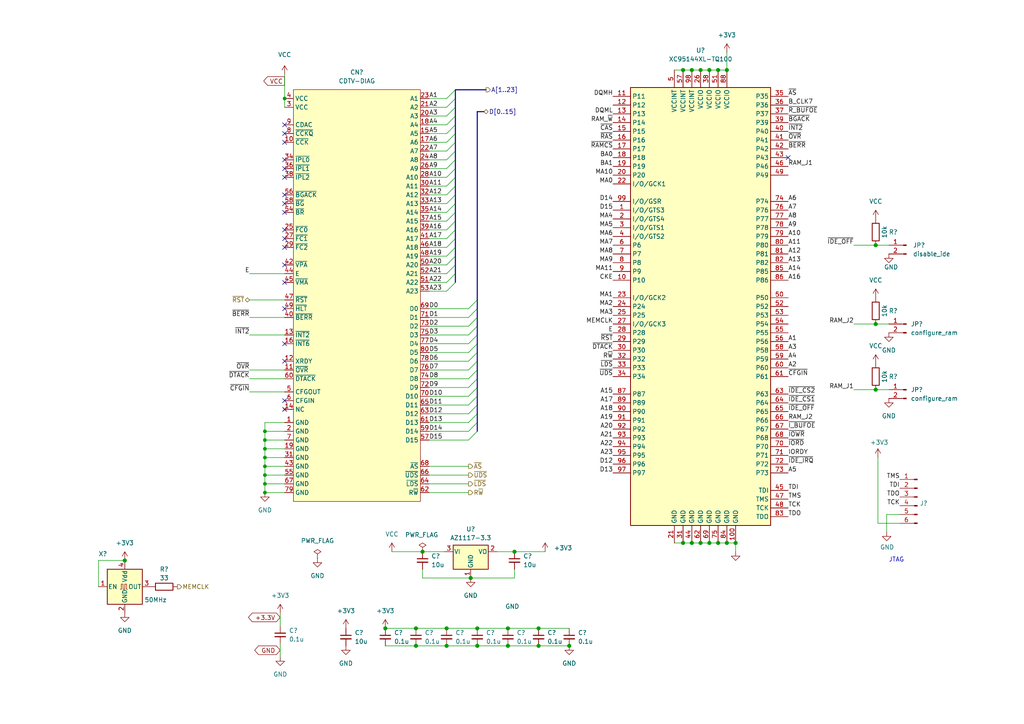
<source format=kicad_sch>
(kicad_sch (version 20211123) (generator eeschema)
  (paper "A4")
  (lib_symbols
    (symbol "CDTV-DIAG:CDTV-DIAG"
      (property "Reference" "CN" (at -17.78 62.23 0))
      (property "Value" "CDTV-DIAG" (at -1.27 0 90))
      (symbol "CDTV-DIAG_0_1"
        (rectangle (start -19.05 59.69) (end 17.78 -59.69) (stroke (width 0.1524)) (fill (type background)))
      )
      (symbol "CDTV-DIAG_1_1"
        (pin power_out line (at -21.59 -36.83 0) (length 2.54) (name "GND") (number "1"))
        (pin output line (at -21.59 44.45 0) (length 2.54) (name "~{CCK}") (number "10"))
        (pin input line (at -21.59 -21.59 0) (length 2.54) (name "~{OVR}") (number "11"))
        (pin input line (at -21.59 -19.05 0) (length 2.54) (name "XRDY") (number "12"))
        (pin input line (at -21.59 -11.43 0) (length 2.54) (name "~{INT2}") (number "13"))
        (pin no_connect line (at -21.59 -33.02 0) (length 2.54) (name "NC") (number "14"))
        (pin output line (at 20.32 46.99 180) (length 2.54) (name "A5") (number "15"))
        (pin input line (at -21.59 -13.97 0) (length 2.54) (name "~{INT6}") (number "16"))
        (pin output line (at 20.32 44.45 180) (length 2.54) (name "A6") (number "17"))
        (pin output line (at 20.32 49.53 180) (length 2.54) (name "A4") (number "18"))
        (pin power_out line (at -21.59 -44.45 0) (length 2.54) (name "GND") (number "19"))
        (pin power_out line (at -21.59 -39.37 0) (length 2.54) (name "GND") (number "2"))
        (pin output line (at 20.32 52.07 180) (length 2.54) (name "A3") (number "20"))
        (pin output line (at 20.32 54.61 180) (length 2.54) (name "A2") (number "21"))
        (pin output line (at 20.32 41.91 180) (length 2.54) (name "A7") (number "22"))
        (pin output line (at 20.32 57.15 180) (length 2.54) (name "A1") (number "23"))
        (pin output line (at 20.32 39.37 180) (length 2.54) (name "A8") (number "24"))
        (pin output line (at -21.59 19.05 0) (length 2.54) (name "~{FC0}") (number "25"))
        (pin output line (at 20.32 36.83 180) (length 2.54) (name "A9") (number "26"))
        (pin output line (at -21.59 16.51 0) (length 2.54) (name "~{FC1}") (number "27"))
        (pin output line (at 20.32 34.29 180) (length 2.54) (name "A10") (number "28"))
        (pin output line (at -21.59 13.97 0) (length 2.54) (name "~{FC2}") (number "29"))
        (pin power_out line (at -21.59 54.61 0) (length 2.54) (name "VCC") (number "3"))
        (pin output line (at 20.32 31.75 180) (length 2.54) (name "A11") (number "30"))
        (pin power_out line (at -21.59 -46.99 0) (length 2.54) (name "GND") (number "31"))
        (pin output line (at 20.32 29.21 180) (length 2.54) (name "A12") (number "32"))
        (pin output line (at 20.32 26.67 180) (length 2.54) (name "A13") (number "33"))
        (pin input line (at -21.59 39.37 0) (length 2.54) (name "~{IPL0}") (number "34"))
        (pin output line (at 20.32 24.13 180) (length 2.54) (name "A14") (number "35"))
        (pin input line (at -21.59 36.83 0) (length 2.54) (name "~{IPL1}") (number "36"))
        (pin output line (at 20.32 21.59 180) (length 2.54) (name "A15") (number "37"))
        (pin input line (at -21.59 34.29 0) (length 2.54) (name "~{IPL2}") (number "38"))
        (pin output line (at 20.32 19.05 180) (length 2.54) (name "A16") (number "39"))
        (pin power_out line (at -21.59 57.15 0) (length 2.54) (name "VCC") (number "4"))
        (pin bidirectional line (at -21.59 -6.35 0) (length 2.54) (name "~{BERR}") (number "40"))
        (pin output line (at 20.32 16.51 180) (length 2.54) (name "A17") (number "41"))
        (pin input line (at -21.59 8.89 0) (length 2.54) (name "~{VPA}") (number "42"))
        (pin power_out line (at -21.59 -49.53 0) (length 2.54) (name "GND") (number "43"))
        (pin output line (at -21.59 6.35 0) (length 2.54) (name "E") (number "44"))
        (pin input line (at -21.59 3.81 0) (length 2.54) (name "~{VMA}") (number "45"))
        (pin output line (at 20.32 13.97 180) (length 2.54) (name "A18") (number "46"))
        (pin bidirectional line (at -21.59 -1.27 0) (length 2.54) (name "~{RST}") (number "47"))
        (pin output line (at 20.32 11.43 180) (length 2.54) (name "A19") (number "48"))
        (pin bidirectional line (at -21.59 -3.81 0) (length 2.54) (name "~{HLT}") (number "49"))
        (pin output line (at -21.59 -27.94 0) (length 2.54) (name "CFGOUT") (number "5"))
        (pin output line (at 20.32 8.89 180) (length 2.54) (name "A20") (number "50"))
        (pin output line (at 20.32 3.81 180) (length 2.54) (name "A22") (number "51"))
        (pin output line (at 20.32 6.35 180) (length 2.54) (name "A21") (number "52"))
        (pin output line (at 20.32 1.27 180) (length 2.54) (name "A23") (number "53"))
        (pin input line (at -21.59 24.13 0) (length 2.54) (name "~{BR}") (number "54"))
        (pin power_out line (at -21.59 -52.07 0) (length 2.54) (name "GND") (number "55"))
        (pin input line (at -21.59 29.21 0) (length 2.54) (name "~{BGACK}") (number "56"))
        (pin bidirectional line (at 20.32 -41.91 180) (length 2.54) (name "D15") (number "57"))
        (pin output line (at -21.59 26.67 0) (length 2.54) (name "~{BG}") (number "58"))
        (pin bidirectional line (at 20.32 -39.37 180) (length 2.54) (name "D14") (number "59"))
        (pin output line (at -21.59 -30.48 0) (length 2.54) (name "CFGIN") (number "6"))
        (pin input line (at -21.59 -24.13 0) (length 2.54) (name "~{DTACK}") (number "60"))
        (pin bidirectional line (at 20.32 -36.83 180) (length 2.54) (name "D13") (number "61"))
        (pin output line (at 20.32 -57.15 180) (length 2.54) (name "R~{W}") (number "62"))
        (pin bidirectional line (at 20.32 -34.29 180) (length 2.54) (name "D12") (number "63"))
        (pin output line (at 20.32 -54.61 180) (length 2.54) (name "~{LDS}") (number "64"))
        (pin bidirectional line (at 20.32 -31.75 180) (length 2.54) (name "D11") (number "65"))
        (pin output line (at 20.32 -52.07 180) (length 2.54) (name "~{UDS}") (number "66"))
        (pin power_out line (at -21.59 -54.61 0) (length 2.54) (name "GND") (number "67"))
        (pin output line (at 20.32 -49.53 180) (length 2.54) (name "~{AS}") (number "68"))
        (pin bidirectional line (at 20.32 -3.81 180) (length 2.54) (name "D0") (number "69"))
        (pin power_out line (at -21.59 -41.91 0) (length 2.54) (name "GND") (number "7"))
        (pin bidirectional line (at 20.32 -29.21 180) (length 2.54) (name "D10") (number "70"))
        (pin bidirectional line (at 20.32 -6.35 180) (length 2.54) (name "D1") (number "71"))
        (pin bidirectional line (at 20.32 -26.67 180) (length 2.54) (name "D9") (number "72"))
        (pin bidirectional line (at 20.32 -8.89 180) (length 2.54) (name "D2") (number "73"))
        (pin bidirectional line (at 20.32 -24.13 180) (length 2.54) (name "D8") (number "74"))
        (pin bidirectional line (at 20.32 -11.43 180) (length 2.54) (name "D3") (number "75"))
        (pin bidirectional line (at 20.32 -21.59 180) (length 2.54) (name "D7") (number "76"))
        (pin bidirectional line (at 20.32 -13.97 180) (length 2.54) (name "D4") (number "77"))
        (pin bidirectional line (at 20.32 -19.05 180) (length 2.54) (name "D6") (number "78"))
        (pin power_out line (at -21.59 -57.15 0) (length 2.54) (name "GND") (number "79"))
        (pin output line (at -21.59 46.99 0) (length 2.54) (name "~{CCKQ}") (number "8"))
        (pin bidirectional line (at 20.32 -16.51 180) (length 2.54) (name "D5") (number "80"))
        (pin output line (at -21.59 49.53 0) (length 2.54) (name "CDAC") (number "9"))
      )
    )
    (symbol "CPLD_Xilinx:XC95144XL-TQ100"
      (property "Reference" "U" (at -20.32 64.77 0))
      (property "Value" "XC95144XL-TQ100" (at -20.32 -64.77 0))
      (symbol "XC95144XL-TQ100_1_1"
        (rectangle (start -20.32 63.5) (end 20.32 -63.5) (stroke (width 0.254)) (fill (type background)))
        (pin bidirectional line (at -25.4 27.94 0) (length 5.08) (name "I/O/GTS3") (number "1"))
        (pin bidirectional line (at -25.4 7.62 0) (length 5.08) (name "P10") (number "10"))
        (pin power_in line (at 10.16 -68.58 90) (length 5.08) (name "GND") (number "100"))
        (pin bidirectional line (at -25.4 60.96 0) (length 5.08) (name "P11") (number "11"))
        (pin bidirectional line (at -25.4 58.42 0) (length 5.08) (name "P12") (number "12"))
        (pin bidirectional line (at -25.4 55.88 0) (length 5.08) (name "P13") (number "13"))
        (pin bidirectional line (at -25.4 53.34 0) (length 5.08) (name "P14") (number "14"))
        (pin bidirectional line (at -25.4 50.8 0) (length 5.08) (name "P15") (number "15"))
        (pin bidirectional line (at -25.4 48.26 0) (length 5.08) (name "P16") (number "16"))
        (pin bidirectional line (at -25.4 45.72 0) (length 5.08) (name "P17") (number "17"))
        (pin bidirectional line (at -25.4 43.18 0) (length 5.08) (name "P18") (number "18"))
        (pin bidirectional line (at -25.4 40.64 0) (length 5.08) (name "P19") (number "19"))
        (pin bidirectional line (at -25.4 25.4 0) (length 5.08) (name "I/O/GTS4") (number "2"))
        (pin bidirectional line (at -25.4 38.1 0) (length 5.08) (name "P20") (number "20"))
        (pin power_in line (at -7.62 -68.58 90) (length 5.08) (name "GND") (number "21"))
        (pin bidirectional line (at -25.4 35.56 0) (length 5.08) (name "I/O/GCK1") (number "22"))
        (pin bidirectional line (at -25.4 2.54 0) (length 5.08) (name "I/O/GCK2") (number "23"))
        (pin bidirectional line (at -25.4 0 0) (length 5.08) (name "P24") (number "24"))
        (pin bidirectional line (at -25.4 -2.54 0) (length 5.08) (name "P25") (number "25"))
        (pin power_in line (at 0 68.58 270) (length 5.08) (name "VCCIO") (number "26"))
        (pin bidirectional line (at -25.4 -5.08 0) (length 5.08) (name "I/O/GCK3") (number "27"))
        (pin bidirectional line (at -25.4 -7.62 0) (length 5.08) (name "P28") (number "28"))
        (pin bidirectional line (at -25.4 -10.16 0) (length 5.08) (name "P29") (number "29"))
        (pin bidirectional line (at -25.4 22.86 0) (length 5.08) (name "I/O/GTS1") (number "3"))
        (pin bidirectional line (at -25.4 -12.7 0) (length 5.08) (name "P30") (number "30"))
        (pin power_in line (at -5.08 -68.58 90) (length 5.08) (name "GND") (number "31"))
        (pin bidirectional line (at -25.4 -15.24 0) (length 5.08) (name "P32") (number "32"))
        (pin bidirectional line (at -25.4 -17.78 0) (length 5.08) (name "P33") (number "33"))
        (pin bidirectional line (at -25.4 -20.32 0) (length 5.08) (name "P34") (number "34"))
        (pin bidirectional line (at 25.4 60.96 180) (length 5.08) (name "P35") (number "35"))
        (pin bidirectional line (at 25.4 58.42 180) (length 5.08) (name "P36") (number "36"))
        (pin bidirectional line (at 25.4 55.88 180) (length 5.08) (name "P37") (number "37"))
        (pin power_in line (at 2.54 68.58 270) (length 5.08) (name "VCCIO") (number "38"))
        (pin bidirectional line (at 25.4 53.34 180) (length 5.08) (name "P39") (number "39"))
        (pin bidirectional line (at -25.4 20.32 0) (length 5.08) (name "I/O/GTS2") (number "4"))
        (pin bidirectional line (at 25.4 50.8 180) (length 5.08) (name "P40") (number "40"))
        (pin bidirectional line (at 25.4 48.26 180) (length 5.08) (name "P41") (number "41"))
        (pin bidirectional line (at 25.4 45.72 180) (length 5.08) (name "P42") (number "42"))
        (pin bidirectional line (at 25.4 43.18 180) (length 5.08) (name "P43") (number "43"))
        (pin power_in line (at -2.54 -68.58 90) (length 5.08) (name "GND") (number "44"))
        (pin input line (at 25.4 -53.34 180) (length 5.08) (name "TDI") (number "45"))
        (pin bidirectional line (at 25.4 40.64 180) (length 5.08) (name "P46") (number "46"))
        (pin input line (at 25.4 -55.88 180) (length 5.08) (name "TMS") (number "47"))
        (pin input line (at 25.4 -58.42 180) (length 5.08) (name "TCK") (number "48"))
        (pin bidirectional line (at 25.4 38.1 180) (length 5.08) (name "P49") (number "49"))
        (pin power_in line (at -7.62 68.58 270) (length 5.08) (name "VCCINT") (number "5"))
        (pin bidirectional line (at 25.4 2.54 180) (length 5.08) (name "P50") (number "50"))
        (pin power_in line (at 5.08 68.58 270) (length 5.08) (name "VCCIO") (number "51"))
        (pin bidirectional line (at 25.4 0 180) (length 5.08) (name "P52") (number "52"))
        (pin bidirectional line (at 25.4 -2.54 180) (length 5.08) (name "P53") (number "53"))
        (pin bidirectional line (at 25.4 -5.08 180) (length 5.08) (name "P54") (number "54"))
        (pin bidirectional line (at 25.4 -7.62 180) (length 5.08) (name "P55") (number "55"))
        (pin bidirectional line (at 25.4 -10.16 180) (length 5.08) (name "P56") (number "56"))
        (pin power_in line (at -5.08 68.58 270) (length 5.08) (name "VCCINT") (number "57"))
        (pin bidirectional line (at 25.4 -12.7 180) (length 5.08) (name "P58") (number "58"))
        (pin bidirectional line (at 25.4 -15.24 180) (length 5.08) (name "P59") (number "59"))
        (pin bidirectional line (at -25.4 17.78 0) (length 5.08) (name "P6") (number "6"))
        (pin bidirectional line (at 25.4 -17.78 180) (length 5.08) (name "P60") (number "60"))
        (pin bidirectional line (at 25.4 -20.32 180) (length 5.08) (name "P61") (number "61"))
        (pin power_in line (at 0 -68.58 90) (length 5.08) (name "GND") (number "62"))
        (pin bidirectional line (at 25.4 -25.4 180) (length 5.08) (name "P63") (number "63"))
        (pin bidirectional line (at 25.4 -27.94 180) (length 5.08) (name "P64") (number "64"))
        (pin bidirectional line (at 25.4 -30.48 180) (length 5.08) (name "P65") (number "65"))
        (pin bidirectional line (at 25.4 -33.02 180) (length 5.08) (name "P66") (number "66"))
        (pin bidirectional line (at 25.4 -35.56 180) (length 5.08) (name "P67") (number "67"))
        (pin bidirectional line (at 25.4 -38.1 180) (length 5.08) (name "P68") (number "68"))
        (pin power_in line (at 2.54 -68.58 90) (length 5.08) (name "GND") (number "69"))
        (pin bidirectional line (at -25.4 15.24 0) (length 5.08) (name "P7") (number "7"))
        (pin bidirectional line (at 25.4 -40.64 180) (length 5.08) (name "P70") (number "70"))
        (pin bidirectional line (at 25.4 -43.18 180) (length 5.08) (name "P71") (number "71"))
        (pin bidirectional line (at 25.4 -45.72 180) (length 5.08) (name "P72") (number "72"))
        (pin bidirectional line (at 25.4 -48.26 180) (length 5.08) (name "P73") (number "73"))
        (pin bidirectional line (at 25.4 30.48 180) (length 5.08) (name "P74") (number "74"))
        (pin power_in line (at 5.08 -68.58 90) (length 5.08) (name "GND") (number "75"))
        (pin bidirectional line (at 25.4 27.94 180) (length 5.08) (name "P76") (number "76"))
        (pin bidirectional line (at 25.4 25.4 180) (length 5.08) (name "P77") (number "77"))
        (pin bidirectional line (at 25.4 22.86 180) (length 5.08) (name "P78") (number "78"))
        (pin bidirectional line (at 25.4 20.32 180) (length 5.08) (name "P79") (number "79"))
        (pin bidirectional line (at -25.4 12.7 0) (length 5.08) (name "P8") (number "8"))
        (pin bidirectional line (at 25.4 17.78 180) (length 5.08) (name "P80") (number "80"))
        (pin bidirectional line (at 25.4 15.24 180) (length 5.08) (name "P81") (number "81"))
        (pin bidirectional line (at 25.4 12.7 180) (length 5.08) (name "P82") (number "82"))
        (pin output line (at 25.4 -60.96 180) (length 5.08) (name "TDO") (number "83"))
        (pin power_in line (at 7.62 -68.58 90) (length 5.08) (name "GND") (number "84"))
        (pin bidirectional line (at 25.4 10.16 180) (length 5.08) (name "P85") (number "85"))
        (pin bidirectional line (at 25.4 7.62 180) (length 5.08) (name "P86") (number "86"))
        (pin bidirectional line (at -25.4 -25.4 0) (length 5.08) (name "P87") (number "87"))
        (pin power_in line (at 7.62 68.58 270) (length 5.08) (name "VCCIO") (number "88"))
        (pin bidirectional line (at -25.4 -27.94 0) (length 5.08) (name "P89") (number "89"))
        (pin bidirectional line (at -25.4 10.16 0) (length 5.08) (name "P9") (number "9"))
        (pin bidirectional line (at -25.4 -30.48 0) (length 5.08) (name "P90") (number "90"))
        (pin bidirectional line (at -25.4 -33.02 0) (length 5.08) (name "P91") (number "91"))
        (pin bidirectional line (at -25.4 -35.56 0) (length 5.08) (name "P92") (number "92"))
        (pin bidirectional line (at -25.4 -38.1 0) (length 5.08) (name "P93") (number "93"))
        (pin bidirectional line (at -25.4 -40.64 0) (length 5.08) (name "P94") (number "94"))
        (pin bidirectional line (at -25.4 -43.18 0) (length 5.08) (name "P95") (number "95"))
        (pin bidirectional line (at -25.4 -45.72 0) (length 5.08) (name "P96") (number "96"))
        (pin bidirectional line (at -25.4 -48.26 0) (length 5.08) (name "P97") (number "97"))
        (pin power_in line (at -2.54 68.58 270) (length 5.08) (name "VCCINT") (number "98"))
        (pin bidirectional line (at -25.4 30.48 0) (length 5.08) (name "I/O/GSR") (number "99"))
      )
    )
    (symbol "Connector:Conn_01x02_Male" (pin_names (offset 1.016) hide)
      (property "Reference" "J" (at 0 2.54 0))
      (property "Value" "Conn_01x02_Male" (at 0 -5.08 0))
      (symbol "Conn_01x02_Male_1_1"
        (polyline (pts (xy 1.27 -2.54) (xy 0.8636 -2.54)) (stroke (width 0.1524)))
        (polyline (pts (xy 1.27 0) (xy 0.8636 0)) (stroke (width 0.1524)))
        (rectangle (start 0.8636 -2.413) (end 0 -2.667) (stroke (width 0.1524)) (fill (type outline)))
        (rectangle (start 0.8636 0.127) (end 0 -0.127) (stroke (width 0.1524)) (fill (type outline)))
        (pin passive line (at 5.08 0 180) (length 3.81) (name "Pin_1") (number "1"))
        (pin passive line (at 5.08 -2.54 180) (length 3.81) (name "Pin_2") (number "2"))
      )
    )
    (symbol "Connector:Conn_01x06_Male" (pin_names (offset 1.016) hide)
      (property "Reference" "J" (at 0 7.62 0))
      (property "Value" "Conn_01x06_Male" (at 0 -10.16 0))
      (symbol "Conn_01x06_Male_1_1"
        (polyline (pts (xy 1.27 -7.62) (xy 0.8636 -7.62)) (stroke (width 0.1524)))
        (polyline (pts (xy 1.27 -5.08) (xy 0.8636 -5.08)) (stroke (width 0.1524)))
        (polyline (pts (xy 1.27 -2.54) (xy 0.8636 -2.54)) (stroke (width 0.1524)))
        (polyline (pts (xy 1.27 0) (xy 0.8636 0)) (stroke (width 0.1524)))
        (polyline (pts (xy 1.27 2.54) (xy 0.8636 2.54)) (stroke (width 0.1524)))
        (polyline (pts (xy 1.27 5.08) (xy 0.8636 5.08)) (stroke (width 0.1524)))
        (rectangle (start 0.8636 -7.493) (end 0 -7.747) (stroke (width 0.1524)) (fill (type outline)))
        (rectangle (start 0.8636 -4.953) (end 0 -5.207) (stroke (width 0.1524)) (fill (type outline)))
        (rectangle (start 0.8636 -2.413) (end 0 -2.667) (stroke (width 0.1524)) (fill (type outline)))
        (rectangle (start 0.8636 0.127) (end 0 -0.127) (stroke (width 0.1524)) (fill (type outline)))
        (rectangle (start 0.8636 2.667) (end 0 2.413) (stroke (width 0.1524)) (fill (type outline)))
        (rectangle (start 0.8636 5.207) (end 0 4.953) (stroke (width 0.1524)) (fill (type outline)))
        (pin passive line (at 5.08 5.08 180) (length 3.81) (name "Pin_1") (number "1"))
        (pin passive line (at 5.08 2.54 180) (length 3.81) (name "Pin_2") (number "2"))
        (pin passive line (at 5.08 0 180) (length 3.81) (name "Pin_3") (number "3"))
        (pin passive line (at 5.08 -2.54 180) (length 3.81) (name "Pin_4") (number "4"))
        (pin passive line (at 5.08 -5.08 180) (length 3.81) (name "Pin_5") (number "5"))
        (pin passive line (at 5.08 -7.62 180) (length 3.81) (name "Pin_6") (number "6"))
      )
    )
    (symbol "Device:C_Small" (pin_numbers hide) (pin_names (offset 0.254) hide)
      (property "Reference" "C" (at 0.254 1.778 0))
      (property "Value" "C_Small" (at 0.254 -2.032 0))
      (symbol "C_Small_0_1"
        (polyline (pts (xy -1.524 -0.508) (xy 1.524 -0.508)) (stroke (width 0.3302)))
        (polyline (pts (xy -1.524 0.508) (xy 1.524 0.508)) (stroke (width 0.3048)))
      )
      (symbol "C_Small_1_1"
        (pin passive line (at 0 2.54 270) (length 2.032) (name "~") (number "1"))
        (pin passive line (at 0 -2.54 90) (length 2.032) (name "~") (number "2"))
      )
    )
    (symbol "Device:R" (pin_numbers hide) (pin_names (offset 0))
      (property "Reference" "R" (at 2.032 0 90))
      (property "Value" "R" (at 0 0 90))
      (symbol "R_0_1"
        (rectangle (start -1.016 -2.54) (end 1.016 2.54) (stroke (width 0.254)))
      )
      (symbol "R_1_1"
        (pin passive line (at 0 3.81 270) (length 1.27) (name "~") (number "1"))
        (pin passive line (at 0 -3.81 90) (length 1.27) (name "~") (number "2"))
      )
    )
    (symbol "Oscillator:ASE-xxxMHz" (pin_names (offset 0.254))
      (property "Reference" "X" (at -5.08 6.35 0))
      (property "Value" "ASE-xxxMHz" (at 1.27 -6.35 0))
      (symbol "ASE-xxxMHz_0_1"
        (rectangle (start -5.08 5.08) (end 5.08 -5.08) (stroke (width 0.254)) (fill (type background)))
        (polyline (pts (xy -1.27 -0.762) (xy -1.016 -0.762) (xy -1.016 0.762) (xy -0.508 0.762) (xy -0.508 -0.762) (xy 0 -0.762) (xy 0 0.762) (xy 0.508 0.762) (xy 0.508 -0.762) (xy 0.762 -0.762)))
      )
      (symbol "ASE-xxxMHz_1_1"
        (pin input line (at -7.62 0 0) (length 2.54) (name "EN") (number "1"))
        (pin power_in line (at 0 -7.62 90) (length 2.54) (name "GND") (number "2"))
        (pin output line (at 7.62 0 180) (length 2.54) (name "OUT") (number "3"))
        (pin power_in line (at 0 7.62 270) (length 2.54) (name "Vdd") (number "4"))
      )
    )
    (symbol "Regulator_Linear:AZ1117-3.3" (pin_names (offset 0.254))
      (property "Reference" "U" (at -3.81 3.175 0))
      (property "Value" "AZ1117-3.3" (at 0 3.175 0))
      (symbol "AZ1117-3.3_0_1"
        (rectangle (start -5.08 1.905) (end 5.08 -5.08) (stroke (width 0.254)) (fill (type background)))
      )
      (symbol "AZ1117-3.3_1_1"
        (pin power_in line (at 0 -7.62 90) (length 2.54) (name "GND") (number "1"))
        (pin power_out line (at 7.62 0 180) (length 2.54) (name "VO") (number "2"))
        (pin power_in line (at -7.62 0 0) (length 2.54) (name "VI") (number "3"))
      )
    )
    (symbol "power:+3.3V" (power) (pin_names (offset 0))
      (property "Value" "+3.3V" (at 0 3.556 0))
      (symbol "+3.3V_0_1"
        (polyline (pts (xy -0.762 1.27) (xy 0 2.54)))
        (polyline (pts (xy 0 0) (xy 0 2.54)))
        (polyline (pts (xy 0 2.54) (xy 0.762 1.27)))
      )
      (symbol "+3.3V_1_1"
        (pin power_in line (at 0 0 90) (length 0) hide (name "+3V3") (number "1"))
      )
    )
    (symbol "power:GND" (power) (pin_names (offset 0))
      (property "Value" "GND" (at 0 -3.81 0))
      (symbol "GND_0_1"
        (polyline (pts (xy 0 0) (xy 0 -1.27) (xy 1.27 -1.27) (xy 0 -2.54) (xy -1.27 -1.27) (xy 0 -1.27)))
      )
      (symbol "GND_1_1"
        (pin power_in line (at 0 0 270) (length 0) hide (name "GND") (number "1"))
      )
    )
    (symbol "power:PWR_FLAG" (power) (pin_numbers hide) (pin_names (offset 0) hide)
      (property "Value" "PWR_FLAG" (at 0 3.81 0))
      (symbol "PWR_FLAG_0_0"
        (pin power_out line (at 0 0 90) (length 0) (name "pwr") (number "1"))
      )
      (symbol "PWR_FLAG_0_1"
        (polyline (pts (xy 0 0) (xy 0 1.27) (xy -1.016 1.905) (xy 0 2.54) (xy 1.016 1.905) (xy 0 1.27)))
      )
    )
    (symbol "power:VCC" (power) (pin_names (offset 0))
      (property "Value" "VCC" (at 0 3.81 0))
      (symbol "VCC_0_1"
        (polyline (pts (xy -0.762 1.27) (xy 0 2.54)))
        (polyline (pts (xy 0 0) (xy 0 2.54)))
        (polyline (pts (xy 0 2.54) (xy 0.762 1.27)))
      )
      (symbol "VCC_1_1"
        (pin power_in line (at 0 0 90) (length 0) hide (name "VCC") (number "1"))
      )
    )
  )
  (junction (at 76.835 125.095))
  (junction (at 76.835 135.255))
  (junction (at 208.28 157.48) (diameter 1.016))
  (junction (at 76.835 140.335))
  (junction (at 147.32 187.325) (diameter 1.016))
  (junction (at 138.43 182.245) (diameter 1.016))
  (junction (at 120.65 182.245) (diameter 1.016))
  (junction (at 198.12 157.48) (diameter 1.016))
  (junction (at 254 93.98) (diameter 1.016))
  (junction (at 82.55 28.575))
  (junction (at 205.74 157.48) (diameter 1.016))
  (junction (at 205.74 20.32) (diameter 1.016))
  (junction (at 208.28 20.32) (diameter 1.016))
  (junction (at 147.32 182.245) (diameter 1.016))
  (junction (at 76.835 142.875))
  (junction (at 210.82 20.32) (diameter 1.016))
  (junction (at 122.555 160.02) (diameter 1.016))
  (junction (at 149.225 160.02) (diameter 1.016))
  (junction (at 129.54 187.325) (diameter 1.016))
  (junction (at 156.21 182.245) (diameter 1.016))
  (junction (at 198.12 20.32) (diameter 1.016))
  (junction (at 200.66 157.48) (diameter 1.016))
  (junction (at 156.21 187.325) (diameter 1.016))
  (junction (at 76.835 127.635))
  (junction (at 138.43 187.325) (diameter 1.016))
  (junction (at 254 113.03) (diameter 1.016))
  (junction (at 200.66 20.32) (diameter 1.016))
  (junction (at 76.835 137.795))
  (junction (at 165.1 187.325) (diameter 1.016))
  (junction (at 136.525 167.64) (diameter 1.016))
  (junction (at 203.2 157.48) (diameter 1.016))
  (junction (at 210.82 157.48) (diameter 1.016))
  (junction (at 120.65 187.325) (diameter 1.016))
  (junction (at 76.835 132.715))
  (junction (at 76.835 130.175))
  (junction (at 213.36 157.48) (diameter 1.016))
  (junction (at 254 71.12) (diameter 1.016))
  (junction (at 36.195 162.56) (diameter 1.016))
  (junction (at 111.76 182.245) (diameter 1.016))
  (junction (at 203.2 20.32) (diameter 1.016))
  (junction (at 129.54 182.245) (diameter 1.016))
  (no_connect (at 228.6 45.72))
  (no_connect (at 82.55 41.275))
  (no_connect (at 82.55 46.355))
  (no_connect (at 82.55 38.735))
  (no_connect (at 82.55 36.195))
  (no_connect (at 82.55 56.515))
  (no_connect (at 82.55 59.055))
  (no_connect (at 82.55 69.215))
  (no_connect (at 82.55 61.595))
  (no_connect (at 82.55 66.675))
  (no_connect (at 82.55 48.895))
  (no_connect (at 82.55 51.435))
  (no_connect (at 82.55 118.745))
  (no_connect (at 82.55 99.695))
  (no_connect (at 82.55 104.775))
  (no_connect (at 82.55 89.535))
  (no_connect (at 82.55 76.835))
  (no_connect (at 82.55 81.915))
  (no_connect (at 82.55 71.755))
  (no_connect (at 82.55 116.205))
  (bus_entry (at 129.54 74.295) (size 2.54 -2.54))
  (bus_entry (at 129.54 56.515) (size 2.54 -2.54))
  (bus_entry (at 129.54 51.435) (size 2.54 -2.54))
  (bus_entry (at 129.54 64.135) (size 2.54 -2.54))
  (bus_entry (at 129.54 48.895) (size 2.54 -2.54))
  (bus_entry (at 138.43 125.095) (size -2.54 2.54))
  (bus_entry (at 138.43 109.855) (size -2.54 2.54))
  (bus_entry (at 129.54 38.735) (size 2.54 -2.54))
  (bus_entry (at 129.54 36.195) (size 2.54 -2.54))
  (bus_entry (at 129.54 53.975) (size 2.54 -2.54))
  (bus_entry (at 138.43 107.315) (size -2.54 2.54))
  (bus_entry (at 129.54 79.375) (size 2.54 -2.54))
  (bus_entry (at 129.54 71.755) (size 2.54 -2.54))
  (bus_entry (at 138.43 99.695) (size -2.54 2.54))
  (bus_entry (at 129.54 31.115) (size 2.54 -2.54))
  (bus_entry (at 138.43 120.015) (size -2.54 2.54))
  (bus_entry (at 138.43 102.235) (size -2.54 2.54))
  (bus_entry (at 138.43 89.535) (size -2.54 2.54))
  (bus_entry (at 138.43 112.395) (size -2.54 2.54))
  (bus_entry (at 129.54 81.915) (size 2.54 -2.54))
  (bus_entry (at 138.43 117.475) (size -2.54 2.54))
  (bus_entry (at 129.54 59.055) (size 2.54 -2.54))
  (bus_entry (at 129.54 46.355) (size 2.54 -2.54))
  (bus_entry (at 129.54 33.655) (size 2.54 -2.54))
  (bus_entry (at 138.43 114.935) (size -2.54 2.54))
  (bus_entry (at 129.54 43.815) (size 2.54 -2.54))
  (bus_entry (at 129.54 76.835) (size 2.54 -2.54))
  (bus_entry (at 129.54 28.575) (size 2.54 -2.54))
  (bus_entry (at 129.54 69.215) (size 2.54 -2.54))
  (bus_entry (at 138.43 94.615) (size -2.54 2.54))
  (bus_entry (at 138.43 92.075) (size -2.54 2.54))
  (bus_entry (at 138.43 104.775) (size -2.54 2.54))
  (bus_entry (at 129.54 66.675) (size 2.54 -2.54))
  (bus_entry (at 138.43 97.155) (size -2.54 2.54))
  (bus_entry (at 138.43 122.555) (size -2.54 2.54))
  (bus_entry (at 138.43 86.995) (size -2.54 2.54))
  (bus_entry (at 129.54 84.455) (size 2.54 -2.54))
  (bus_entry (at 129.54 41.275) (size 2.54 -2.54))
  (bus_entry (at 129.54 61.595) (size 2.54 -2.54))
  (bus (pts (xy 132.08 36.195) (xy 132.08 38.735)))
  (bus (pts (xy 138.43 92.075) (xy 138.43 94.615)))
  (wire (pts (xy 198.12 20.32) (xy 200.66 20.32)))
  (bus (pts (xy 138.43 120.015) (xy 138.43 122.555)))
  (bus (pts (xy 138.43 86.995) (xy 138.43 89.535)))
  (wire (pts (xy 124.46 51.435) (xy 129.54 51.435)))
  (wire (pts (xy 72.39 86.995) (xy 82.55 86.995)))
  (wire (pts (xy 81.28 177.8) (xy 81.28 181.61)))
  (wire (pts (xy 124.46 99.695) (xy 135.89 99.695)))
  (wire (pts (xy 124.46 61.595) (xy 129.54 61.595)))
  (bus (pts (xy 138.43 94.615) (xy 138.43 97.155)))
  (wire (pts (xy 76.835 135.255) (xy 82.55 135.255)))
  (bus (pts (xy 138.43 89.535) (xy 138.43 92.075)))
  (wire (pts (xy 76.835 127.635) (xy 82.55 127.635)))
  (wire (pts (xy 124.46 33.655) (xy 129.54 33.655)))
  (wire (pts (xy 124.46 84.455) (xy 129.54 84.455)))
  (bus (pts (xy 132.08 74.295) (xy 132.08 76.835)))
  (wire (pts (xy 76.835 132.715) (xy 82.55 132.715)))
  (bus (pts (xy 132.08 79.375) (xy 132.08 81.915)))
  (bus (pts (xy 138.43 97.155) (xy 138.43 99.695)))
  (wire (pts (xy 124.46 92.075) (xy 135.89 92.075)))
  (wire (pts (xy 200.66 157.48) (xy 203.2 157.48)))
  (wire (pts (xy 124.46 31.115) (xy 129.54 31.115)))
  (wire (pts (xy 124.46 74.295) (xy 129.54 74.295)))
  (wire (pts (xy 124.46 43.815) (xy 129.54 43.815)))
  (bus (pts (xy 138.43 99.695) (xy 138.43 102.235)))
  (wire (pts (xy 76.835 135.255) (xy 76.835 137.795)))
  (wire (pts (xy 120.65 187.325) (xy 129.54 187.325)))
  (wire (pts (xy 76.835 142.875) (xy 82.55 142.875)))
  (wire (pts (xy 124.46 104.775) (xy 135.89 104.775)))
  (wire (pts (xy 113.665 160.02) (xy 122.555 160.02)))
  (wire (pts (xy 203.2 20.32) (xy 205.74 20.32)))
  (wire (pts (xy 124.46 117.475) (xy 135.89 117.475)))
  (wire (pts (xy 124.46 81.915) (xy 129.54 81.915)))
  (bus (pts (xy 132.08 33.655) (xy 132.08 36.195)))
  (bus (pts (xy 138.43 109.855) (xy 138.43 112.395)))
  (bus (pts (xy 132.08 71.755) (xy 132.08 74.295)))
  (bus (pts (xy 132.08 59.055) (xy 132.08 61.595)))
  (bus (pts (xy 138.43 102.235) (xy 138.43 104.775)))
  (bus (pts (xy 138.43 122.555) (xy 138.43 125.095)))
  (bus (pts (xy 132.08 26.035) (xy 132.08 28.575)))
  (wire (pts (xy 124.46 48.895) (xy 129.54 48.895)))
  (wire (pts (xy 76.835 122.555) (xy 82.55 122.555)))
  (wire (pts (xy 72.39 92.075) (xy 82.55 92.075)))
  (wire (pts (xy 254 93.98) (xy 257.81 93.98)))
  (bus (pts (xy 138.43 32.385) (xy 140.335 32.385)))
  (wire (pts (xy 76.835 137.795) (xy 76.835 140.335)))
  (bus (pts (xy 132.08 26.035) (xy 140.97 26.035)))
  (bus (pts (xy 132.08 43.815) (xy 132.08 46.355)))
  (wire (pts (xy 247.65 71.12) (xy 254 71.12)))
  (wire (pts (xy 138.43 187.325) (xy 147.32 187.325)))
  (wire (pts (xy 124.46 97.155) (xy 135.89 97.155)))
  (wire (pts (xy 254.635 151.765) (xy 260.985 151.765)))
  (bus (pts (xy 132.08 51.435) (xy 132.08 53.975)))
  (wire (pts (xy 149.225 167.64) (xy 149.225 165.1)))
  (bus (pts (xy 138.43 114.935) (xy 138.43 117.475)))
  (wire (pts (xy 124.46 56.515) (xy 129.54 56.515)))
  (wire (pts (xy 76.835 140.335) (xy 76.835 142.875)))
  (bus (pts (xy 132.08 48.895) (xy 132.08 51.435)))
  (wire (pts (xy 210.82 157.48) (xy 213.36 157.48)))
  (wire (pts (xy 124.46 122.555) (xy 135.89 122.555)))
  (wire (pts (xy 203.2 157.48) (xy 205.74 157.48)))
  (wire (pts (xy 76.835 140.335) (xy 82.55 140.335)))
  (wire (pts (xy 124.46 142.875) (xy 135.89 142.875)))
  (wire (pts (xy 195.58 20.32) (xy 198.12 20.32)))
  (wire (pts (xy 76.835 130.175) (xy 76.835 132.715)))
  (wire (pts (xy 149.225 160.02) (xy 158.115 160.02)))
  (bus (pts (xy 132.08 61.595) (xy 132.08 64.135)))
  (wire (pts (xy 254.635 132.715) (xy 254.635 151.765)))
  (wire (pts (xy 136.525 167.64) (xy 149.225 167.64)))
  (wire (pts (xy 122.555 165.1) (xy 122.555 167.64)))
  (wire (pts (xy 124.46 107.315) (xy 135.89 107.315)))
  (wire (pts (xy 82.55 21.59) (xy 82.55 28.575)))
  (bus (pts (xy 132.08 53.975) (xy 132.08 56.515)))
  (wire (pts (xy 76.835 125.095) (xy 76.835 127.635)))
  (wire (pts (xy 120.65 182.245) (xy 129.54 182.245)))
  (wire (pts (xy 124.46 66.675) (xy 129.54 66.675)))
  (wire (pts (xy 72.39 109.855) (xy 82.55 109.855)))
  (wire (pts (xy 122.555 160.02) (xy 128.905 160.02)))
  (wire (pts (xy 124.46 41.275) (xy 129.54 41.275)))
  (wire (pts (xy 82.55 28.575) (xy 82.55 31.115)))
  (wire (pts (xy 124.46 109.855) (xy 135.89 109.855)))
  (wire (pts (xy 124.46 140.335) (xy 135.89 140.335)))
  (wire (pts (xy 213.36 157.48) (xy 213.36 160.02)))
  (wire (pts (xy 254 113.03) (xy 257.81 113.03)))
  (wire (pts (xy 138.43 182.245) (xy 147.32 182.245)))
  (wire (pts (xy 205.74 20.32) (xy 208.28 20.32)))
  (wire (pts (xy 124.46 137.795) (xy 135.89 137.795)))
  (wire (pts (xy 76.835 137.795) (xy 82.55 137.795)))
  (bus (pts (xy 132.08 38.735) (xy 132.08 41.275)))
  (wire (pts (xy 124.46 46.355) (xy 129.54 46.355)))
  (wire (pts (xy 124.46 112.395) (xy 135.89 112.395)))
  (wire (pts (xy 124.46 38.735) (xy 129.54 38.735)))
  (wire (pts (xy 156.21 187.325) (xy 165.1 187.325)))
  (wire (pts (xy 111.76 182.245) (xy 120.65 182.245)))
  (bus (pts (xy 132.08 69.215) (xy 132.08 71.755)))
  (wire (pts (xy 200.66 20.32) (xy 203.2 20.32)))
  (wire (pts (xy 147.32 182.245) (xy 156.21 182.245)))
  (bus (pts (xy 138.43 107.315) (xy 138.43 109.855)))
  (wire (pts (xy 76.835 125.095) (xy 82.55 125.095)))
  (wire (pts (xy 124.46 102.235) (xy 135.89 102.235)))
  (wire (pts (xy 124.46 71.755) (xy 129.54 71.755)))
  (wire (pts (xy 195.58 157.48) (xy 198.12 157.48)))
  (wire (pts (xy 124.46 79.375) (xy 129.54 79.375)))
  (wire (pts (xy 28.575 162.56) (xy 36.195 162.56)))
  (wire (pts (xy 81.28 190.5) (xy 81.28 186.69)))
  (wire (pts (xy 28.575 170.18) (xy 28.575 162.56)))
  (bus (pts (xy 132.08 76.835) (xy 132.08 79.375)))
  (bus (pts (xy 138.43 104.775) (xy 138.43 107.315)))
  (wire (pts (xy 111.76 187.325) (xy 120.65 187.325)))
  (wire (pts (xy 198.12 157.48) (xy 200.66 157.48)))
  (wire (pts (xy 76.835 130.175) (xy 82.55 130.175)))
  (wire (pts (xy 257.175 149.225) (xy 257.175 154.305)))
  (wire (pts (xy 156.21 182.245) (xy 165.1 182.245)))
  (wire (pts (xy 129.54 187.325) (xy 138.43 187.325)))
  (wire (pts (xy 72.39 107.315) (xy 82.55 107.315)))
  (wire (pts (xy 124.46 89.535) (xy 135.89 89.535)))
  (wire (pts (xy 124.46 64.135) (xy 129.54 64.135)))
  (wire (pts (xy 124.46 76.835) (xy 129.54 76.835)))
  (bus (pts (xy 132.08 28.575) (xy 132.08 31.115)))
  (bus (pts (xy 138.43 117.475) (xy 138.43 120.015)))
  (wire (pts (xy 124.46 53.975) (xy 129.54 53.975)))
  (wire (pts (xy 76.835 127.635) (xy 76.835 130.175)))
  (wire (pts (xy 208.28 20.32) (xy 210.82 20.32)))
  (wire (pts (xy 124.46 120.015) (xy 135.89 120.015)))
  (wire (pts (xy 72.39 79.375) (xy 82.55 79.375)))
  (bus (pts (xy 132.08 41.275) (xy 132.08 43.815)))
  (bus (pts (xy 138.43 112.395) (xy 138.43 114.935)))
  (wire (pts (xy 247.65 113.03) (xy 254 113.03)))
  (wire (pts (xy 72.39 97.155) (xy 82.55 97.155)))
  (bus (pts (xy 132.08 66.675) (xy 132.08 69.215)))
  (wire (pts (xy 124.46 125.095) (xy 135.89 125.095)))
  (wire (pts (xy 124.46 127.635) (xy 135.89 127.635)))
  (wire (pts (xy 210.82 15.24) (xy 210.82 20.32)))
  (bus (pts (xy 138.43 32.385) (xy 138.43 86.995)))
  (wire (pts (xy 205.74 157.48) (xy 208.28 157.48)))
  (wire (pts (xy 260.985 149.225) (xy 257.175 149.225)))
  (bus (pts (xy 132.08 31.115) (xy 132.08 33.655)))
  (wire (pts (xy 124.46 28.575) (xy 129.54 28.575)))
  (wire (pts (xy 247.65 93.98) (xy 254 93.98)))
  (wire (pts (xy 124.46 69.215) (xy 129.54 69.215)))
  (wire (pts (xy 254 71.12) (xy 257.81 71.12)))
  (wire (pts (xy 129.54 182.245) (xy 138.43 182.245)))
  (wire (pts (xy 124.46 36.195) (xy 129.54 36.195)))
  (wire (pts (xy 124.46 59.055) (xy 129.54 59.055)))
  (wire (pts (xy 147.32 187.325) (xy 156.21 187.325)))
  (bus (pts (xy 132.08 64.135) (xy 132.08 66.675)))
  (wire (pts (xy 124.46 94.615) (xy 135.89 94.615)))
  (wire (pts (xy 208.28 157.48) (xy 210.82 157.48)))
  (wire (pts (xy 76.835 122.555) (xy 76.835 125.095)))
  (bus (pts (xy 132.08 46.355) (xy 132.08 48.895)))
  (wire (pts (xy 122.555 167.64) (xy 136.525 167.64)))
  (wire (pts (xy 124.46 114.935) (xy 135.89 114.935)))
  (wire (pts (xy 124.46 135.255) (xy 135.89 135.255)))
  (bus (pts (xy 132.08 56.515) (xy 132.08 59.055)))
  (wire (pts (xy 72.39 113.665) (xy 82.55 113.665)))
  (wire (pts (xy 144.145 160.02) (xy 149.225 160.02)))
  (wire (pts (xy 76.835 132.715) (xy 76.835 135.255)))
  (text "JTAG" (at 262.255 163.195 180) (effects (font (size 1.27 1.27)) (justify right bottom)))
  (label "~{BGACK}" (at 228.6 35.56 0))
  (label "MA9" (at 177.8 76.2 180))
  (label "MA2" (at 177.8 88.9 180))
  (label "~{R_BUFOE}" (at 228.6 33.02 0))
  (label "A20" (at 177.8 124.46 180))
  (label "A12" (at 124.46 56.515 0))
  (label "A17" (at 177.8 116.84 180))
  (label "MEMCLK" (at 177.8 93.98 180))
  (label "~{IDE_CS2}" (at 228.6 114.3 0))
  (label "CKE" (at 177.8 81.28 180))
  (label "A5" (at 124.46 38.735 0))
  (label "A18" (at 124.46 71.755 0))
  (label "D12" (at 124.46 120.015 0))
  (label "D15" (at 124.46 127.635 0))
  (label "D4" (at 124.46 99.695 0))
  (label "D15" (at 177.8 60.96 180))
  (label "MA8" (at 177.8 73.66 180))
  (label "~{INT2}" (at 72.39 97.155 180))
  (label "A9" (at 228.6 66.04 0))
  (label "~{UDS}" (at 177.8 109.22 180))
  (label "D13" (at 124.46 122.555 0))
  (label "A23" (at 124.46 84.455 0))
  (label "TCK" (at 228.6 147.32 0))
  (label "~{IDE_OFF}" (at 228.6 119.38 0))
  (label "RAM_~{W}" (at 177.8 35.56 180))
  (label "A14" (at 228.6 78.74 0))
  (label "MA5" (at 177.8 66.04 180))
  (label "D8" (at 124.46 109.855 0))
  (label "RAM_J2" (at 247.65 93.98 180))
  (label "D14" (at 124.46 125.095 0))
  (label "RAM_J1" (at 228.6 48.26 0))
  (label "~{DTACK}" (at 72.39 109.855 180))
  (label "TDI" (at 228.6 142.24 0))
  (label "~{BERR}" (at 228.6 43.18 0))
  (label "A1" (at 124.46 28.575 0))
  (label "~{OVR}" (at 228.6 40.64 0))
  (label "A11" (at 124.46 53.975 0))
  (label "A15" (at 124.46 64.135 0))
  (label "D11" (at 124.46 117.475 0))
  (label "MA0" (at 177.8 53.34 180))
  (label "D10" (at 124.46 114.935 0))
  (label "MA4" (at 177.8 63.5 180))
  (label "~{RAS}" (at 177.8 40.64 180))
  (label "BA0" (at 177.8 45.72 180))
  (label "A2" (at 228.6 106.68 0))
  (label "A7" (at 124.46 43.815 0))
  (label "~{IOWR}" (at 228.6 127 0))
  (label "D6" (at 124.46 104.775 0))
  (label "~{CAS}" (at 177.8 38.1 180))
  (label "A13" (at 124.46 59.055 0))
  (label "A14" (at 124.46 61.595 0))
  (label "DQMH" (at 177.8 27.94 180))
  (label "A20" (at 124.46 76.835 0))
  (label "A12" (at 228.6 73.66 0))
  (label "A8" (at 124.46 46.355 0))
  (label "E" (at 72.39 79.375 180))
  (label "BA1" (at 177.8 48.26 180))
  (label "~{IDE_IRQ}" (at 228.6 134.62 0))
  (label "DQML" (at 177.8 33.02 180))
  (label "A17" (at 124.46 69.215 0))
  (label "TDO" (at 260.985 144.145 180))
  (label "TDO" (at 228.6 149.86 0))
  (label "A5" (at 228.6 137.16 0))
  (label "MA6" (at 177.8 68.58 180))
  (label "MA3" (at 177.8 91.44 180))
  (label "D5" (at 124.46 102.235 0))
  (label "A3" (at 228.6 101.6 0))
  (label "E" (at 177.8 96.52 180))
  (label "A1" (at 228.6 99.06 0))
  (label "A18" (at 177.8 119.38 180))
  (label "~{CFGIN}" (at 72.39 113.665 180))
  (label "MA10" (at 177.8 50.8 180))
  (label "~{INT2}" (at 228.6 38.1 0))
  (label "~{AS}" (at 228.6 27.94 0))
  (label "MA1" (at 177.8 86.36 180))
  (label "A13" (at 228.6 76.2 0))
  (label "A21" (at 124.46 79.375 0))
  (label "~{IORD}" (at 228.6 129.54 0))
  (label "MA11" (at 177.8 78.74 180))
  (label "D3" (at 124.46 97.155 0))
  (label "D9" (at 124.46 112.395 0))
  (label "A22" (at 124.46 81.915 0))
  (label "D0" (at 124.46 89.535 0))
  (label "~{CFGIN}" (at 228.6 109.22 0))
  (label "IORDY" (at 228.6 132.08 0))
  (label "TMS" (at 228.6 144.78 0))
  (label "~{RAMCS}" (at 177.8 43.18 180))
  (label "D1" (at 124.46 92.075 0))
  (label "~{LDS}" (at 177.8 106.68 180))
  (label "A22" (at 177.8 129.54 180))
  (label "D7" (at 124.46 107.315 0))
  (label "D2" (at 124.46 94.615 0))
  (label "TDI" (at 260.985 141.605 180))
  (label "RAM_J1" (at 247.65 113.03 180))
  (label "A6" (at 124.46 41.275 0))
  (label "A8" (at 228.6 63.5 0))
  (label "TMS" (at 260.985 139.065 180))
  (label "A6" (at 228.6 58.42 0))
  (label "B_CLK7" (at 228.6 30.48 0))
  (label "A23" (at 177.8 132.08 180))
  (label "A9" (at 124.46 48.895 0))
  (label "A3" (at 124.46 33.655 0))
  (label "~{OVR}" (at 72.39 107.315 180))
  (label "A7" (at 228.6 60.96 0))
  (label "A19" (at 124.46 74.295 0))
  (label "A4" (at 228.6 104.14 0))
  (label "A15" (at 177.8 114.3 180))
  (label "~{I_BUFOE}" (at 228.6 124.46 0))
  (label "D12" (at 177.8 134.62 180))
  (label "~{RST}" (at 177.8 99.06 180))
  (label "RAM_J2" (at 228.6 121.92 0))
  (label "R~{W}" (at 177.8 104.14 180))
  (label "A19" (at 177.8 121.92 180))
  (label "A16" (at 124.46 66.675 0))
  (label "~{DTACK}" (at 177.8 101.6 180))
  (label "A4" (at 124.46 36.195 0))
  (label "MA7" (at 177.8 71.12 180))
  (label "TCK" (at 260.985 146.685 180))
  (label "A10" (at 228.6 68.58 0))
  (label "D14" (at 177.8 58.42 180))
  (label "~{BERR}" (at 72.39 92.075 180))
  (label "A2" (at 124.46 31.115 0))
  (label "A21" (at 177.8 127 180))
  (label "~{IDE_CS1}" (at 228.6 116.84 0))
  (label "D13" (at 177.8 137.16 180))
  (label "A11" (at 228.6 71.12 0))
  (label "~{IDE_OFF}" (at 247.65 71.12 180))
  (label "A10" (at 124.46 51.435 0))
  (label "A16" (at 228.6 81.28 0))
  (global_label "GND" (shape bidirectional) (at 81.28 188.595 180) (property "Intersheet References" "${INTERSHEET_REFS}" (effects hide)))
  (global_label "VCC" (shape output) (at 82.55 23.495 180) (property "Intersheet References" "${INTERSHEET_REFS}" (effects hide)))
  (global_label "+3.3V" (shape bidirectional) (at 81.28 179.07 180) (property "Intersheet References" "${INTERSHEET_REFS}" (effects hide)))
  (hierarchical_label "R~{W}" (shape output) (at 135.89 142.875 0))
  (hierarchical_label "A[1..23]" (shape output) (at 140.97 26.035 0))
  (hierarchical_label "D[0..15]" (shape bidirectional) (at 140.335 32.385 0))
  (hierarchical_label "~{RST}" (shape bidirectional) (at 72.39 86.995 180))
  (hierarchical_label "MEMCLK" (shape output) (at 51.435 170.18 0))
  (hierarchical_label "~{AS}" (shape output) (at 135.89 135.255 0))
  (hierarchical_label "~{UDS}" (shape output) (at 135.89 137.795 0))
  (hierarchical_label "~{LDS}" (shape output) (at 135.89 140.335 0))
  (symbol (lib_id "Connector:Conn_01x02_Male") (at 262.89 93.98 0) (mirror y) (unit 1)
    (property "Reference" "JP?" (at 264.16 93.9799 0) (effects (justify right)))
    (property "Value" "configure_ram" (at 264.16 96.5199 0) (effects (justify right)))
    (property "Footprint" "Connector_PinHeader_2.54mm:PinHeader_1x02_P2.54mm_Vertical" (effects hide))
  )
  (symbol (lib_id "Regulator_Linear:AZ1117-3.3") (at 136.525 160.02 0) (unit 1)
    (property "Reference" "U?" (at 136.525 153.4668 0))
    (property "Value" "AZ1117-3.3" (at 136.525 156.0068 0))
    (property "Footprint" "Package_TO_SOT_SMD:SOT-89-3" (effects hide))
    (property "Datasheet" "https://www.diodes.com/assets/Datasheets/AZ1117.pdf" (effects hide))
    (property "LCSC #" "C460428" (effects hide))
  )
  (symbol (lib_id "power:VCC") (at 113.665 160.02 0) (unit 1)
    (property "Reference" "#PWR?" (effects hide))
    (property "Value" "VCC" (at 113.665 154.94 0))
  )
  (symbol (lib_id "power:+3.3V") (at 81.28 177.8 0) (unit 1)
    (property "Reference" "#PWR?" (effects hide))
    (property "Value" "+3.3V" (at 81.28 172.72 0))
  )
  (symbol (lib_id "Device:R") (at 254 109.22 0) (unit 1)
    (property "Reference" "R?" (at 259.08 109.22 0))
    (property "Value" "10k" (at 256.54 109.22 90))
    (property "Footprint" "Resistor_SMD:R_0603_1608Metric" (effects hide))
    (property "LCSC #" "C25804" (effects hide))
  )
  (symbol (lib_id "Connector:Conn_01x02_Male") (at 262.89 71.12 0) (mirror y) (unit 1)
    (property "Reference" "JP?" (at 264.795 71.1199 0) (effects (justify right)))
    (property "Value" "disable_ide" (at 264.795 73.6599 0) (effects (justify right)))
    (property "Footprint" "Connector_PinHeader_2.54mm:PinHeader_1x02_P2.54mm_Vertical" (effects hide))
  )
  (symbol (lib_id "power:+3.3V") (at 111.76 182.245 0) (unit 1)
    (property "Reference" "#PWR?" (effects hide))
    (property "Value" "+3.3V" (at 111.76 177.165 0))
  )
  (symbol (lib_id "power:+3.3V") (at 158.115 160.02 0) (unit 1)
    (property "Reference" "#PWR?" (effects hide))
    (property "Value" "+3.3V" (at 160.655 158.9404 0) (effects (justify left)))
  )
  (symbol (lib_id "Device:C_Small") (at 149.225 162.56 0) (unit 1)
    (property "Reference" "C?" (at 151.765 161.2899 0) (effects (justify left)))
    (property "Value" "10u" (at 151.765 163.8299 0) (effects (justify left)))
    (property "Footprint" "Capacitor_Tantalum_SMD:CP_EIA-3216-18_Kemet-A" (effects hide))
    (property "LCSC #" "C117023" (effects hide))
  )
  (symbol (lib_id "power:+3.3V") (at 254.635 132.715 0) (unit 1)
    (property "Reference" "#PWR?" (effects hide))
    (property "Value" "+3.3V" (at 255.016 128.3208 0))
  )
  (symbol (lib_id "power:GND") (at 165.1 187.325 0) (unit 1)
    (property "Reference" "#PWR?" (effects hide))
    (property "Value" "GND" (at 165.1 192.405 0))
  )
  (symbol (lib_id "power:GND") (at 257.81 73.66 0) (unit 1)
    (property "Reference" "#PWR?" (effects hide))
    (property "Value" "GND" (at 258.445 77.47 0))
  )
  (symbol (lib_id "power:VCC") (at 254 105.41 0) (unit 1)
    (property "Reference" "#PWR?" (effects hide))
    (property "Value" "VCC" (at 254 100.33 0))
  )
  (symbol (lib_id "Device:R") (at 47.625 170.18 90) (unit 1)
    (property "Reference" "R?" (at 47.625 165.1 90))
    (property "Value" "33" (at 47.625 167.64 90))
    (property "Footprint" "Resistor_SMD:R_0603_1608Metric" (effects hide))
    (property "LCSC #" "C23140" (effects hide))
  )
  (symbol (lib_id "power:GND") (at 257.175 154.305 0) (unit 1)
    (property "Reference" "#PWR?" (effects hide))
    (property "Value" "GND" (at 257.302 158.6992 0))
  )
  (symbol (lib_id "Device:C_Small") (at 120.65 184.785 0) (unit 1)
    (property "Reference" "C?" (at 123.19 183.5149 0) (effects (justify left)))
    (property "Value" "0.1u" (at 123.19 186.0549 0) (effects (justify left)))
    (property "Footprint" "Capacitor_SMD:C_0603_1608Metric" (effects hide))
    (property "LCSC #" "C14663" (effects hide))
  )
  (symbol (lib_id "Device:C_Small") (at 165.1 184.785 0) (unit 1)
    (property "Reference" "C?" (at 167.64 183.5149 0) (effects (justify left)))
    (property "Value" "0.1u" (at 167.64 186.0549 0) (effects (justify left)))
    (property "Footprint" "Capacitor_SMD:C_0603_1608Metric" (effects hide))
    (property "LCSC #" "C14663" (effects hide))
  )
  (symbol (lib_id "power:PWR_FLAG") (at 92.075 161.925 0) (unit 1)
    (property "Reference" "#FLG?" (effects hide))
    (property "Value" "PWR_FLAG" (at 92.075 156.845 0))
  )
  (symbol (lib_id "power:+3.3V") (at 210.82 15.24 0) (unit 1)
    (property "Reference" "#PWR?" (effects hide))
    (property "Value" "+3.3V" (at 210.82 10.16 0))
  )
  (symbol (lib_id "CPLD_Xilinx:XC95144XL-TQ100") (at 203.2 88.9 0) (unit 1)
    (property "Reference" "U?" (at 203.2 14.605 0))
    (property "Value" "XC95144XL-TQ100" (at 203.2 17.145 0))
    (property "Footprint" "Package_QFP:TQFP-100_14x14mm_P0.5mm" (effects hide))
    (property "Datasheet" "https://www.xilinx.com/support/documentation/data_sheets/ds056.pdf" (effects hide))
    (property "LCSC #" "C45126" (effects hide))
  )
  (symbol (lib_id "power:GND") (at 76.835 142.875 0) (unit 1)
    (property "Reference" "#PWR?" (effects hide))
    (property "Value" "GND" (at 76.835 147.955 0))
  )
  (symbol (lib_id "power:GND") (at 100.33 187.325 0) (unit 1)
    (property "Reference" "#PWR?" (effects hide))
    (property "Value" "GND" (at 100.33 192.405 0))
  )
  (symbol (lib_id "power:PWR_FLAG") (at 122.555 160.02 0) (unit 1)
    (property "Reference" "#FLG?" (effects hide))
    (property "Value" "PWR_FLAG" (at 117.475 155.1304 0) (effects (justify left)))
  )
  (symbol (lib_id "Device:C_Small") (at 156.21 184.785 0) (unit 1)
    (property "Reference" "C?" (at 158.75 183.5149 0) (effects (justify left)))
    (property "Value" "0.1u" (at 158.75 186.0549 0) (effects (justify left)))
    (property "Footprint" "Capacitor_SMD:C_0603_1608Metric" (effects hide))
    (property "LCSC #" "C14663" (effects hide))
  )
  (symbol (lib_id "Device:C_Small") (at 138.43 184.785 0) (unit 1)
    (property "Reference" "C?" (at 140.97 183.5149 0) (effects (justify left)))
    (property "Value" "0.1u" (at 140.97 186.0549 0) (effects (justify left)))
    (property "Footprint" "Capacitor_SMD:C_0603_1608Metric" (effects hide))
    (property "LCSC #" "C14663" (effects hide))
  )
  (symbol (lib_id "power:GND") (at 257.81 96.52 0) (unit 1)
    (property "Reference" "#PWR?" (effects hide))
    (property "Value" "GND" (at 257.81 101.6 0))
  )
  (symbol (lib_id "power:GND") (at 136.525 167.64 0) (unit 1)
    (property "Reference" "#PWR?" (effects hide))
    (property "Value" "GND" (at 136.525 172.72 0))
  )
  (symbol (lib_id "Device:C_Small") (at 147.32 184.785 0) (unit 1)
    (property "Reference" "C?" (at 149.86 183.5149 0) (effects (justify left)))
    (property "Value" "0.1u" (at 149.86 186.0549 0) (effects (justify left)))
    (property "Footprint" "Capacitor_SMD:C_0603_1608Metric" (effects hide))
    (property "LCSC #" "C14663" (effects hide))
  )
  (symbol (lib_id "power:GND") (at 36.195 177.8 0) (unit 1)
    (property "Reference" "#PWR?" (effects hide))
    (property "Value" "GND" (at 36.195 182.88 0))
  )
  (symbol (lib_id "power:GND") (at 81.28 190.5 0) (unit 1)
    (property "Reference" "#PWR?" (effects hide))
    (property "Value" "GND" (at 81.28 195.58 0))
  )
  (symbol (lib_id "power:VCC") (at 82.55 21.59 0) (unit 1)
    (property "Reference" "#PWR?" (effects hide))
    (property "Value" "VCC" (at 82.55 15.875 0))
  )
  (symbol (lib_id "Device:C_Small") (at 129.54 184.785 0) (unit 1)
    (property "Reference" "C?" (at 132.08 183.5149 0) (effects (justify left)))
    (property "Value" "0.1u" (at 132.08 186.0549 0) (effects (justify left)))
    (property "Footprint" "Capacitor_SMD:C_0603_1608Metric" (effects hide))
    (property "LCSC #" "C14663" (effects hide))
  )
  (symbol (lib_id "Connector:Conn_01x06_Male") (at 266.065 144.145 0) (mirror y) (unit 1)
    (property "Reference" "J?" (at 266.7762 145.9738 0) (effects (justify right)))
    (property "Value" "Conn_01x06_Male" (effects hide))
    (property "Footprint" "Connector_PinHeader_2.54mm:PinHeader_1x06_P2.54mm_Vertical" (effects hide))
  )
  (symbol (lib_id "Device:C_Small") (at 122.555 162.56 0) (unit 1)
    (property "Reference" "C?" (at 125.095 161.2899 0) (effects (justify left)))
    (property "Value" "10u" (at 125.095 163.8299 0) (effects (justify left)))
    (property "Footprint" "Capacitor_Tantalum_SMD:CP_EIA-3216-18_Kemet-A" (effects hide))
    (property "LCSC #" "C117023" (effects hide))
  )
  (symbol (lib_id "power:+3.3V") (at 36.195 162.56 0) (unit 1)
    (property "Reference" "#PWR?" (effects hide))
    (property "Value" "+3.3V" (at 36.195 157.48 0))
  )
  (symbol (lib_id "Device:R") (at 254 90.17 0) (unit 1)
    (property "Reference" "R?" (at 259.08 90.17 0))
    (property "Value" "10k" (at 256.54 90.17 90))
    (property "Footprint" "Resistor_SMD:R_0603_1608Metric" (effects hide))
    (property "LCSC #" "C25804" (effects hide))
  )
  (symbol (lib_id "power:GND") (at 257.81 115.57 0) (unit 1)
    (property "Reference" "#PWR?" (effects hide))
    (property "Value" "GND" (at 257.81 120.65 0))
  )
  (symbol (lib_id "Device:R") (at 254 67.31 0) (unit 1)
    (property "Reference" "R?" (at 259.08 67.31 0))
    (property "Value" "10k" (at 256.54 67.31 90))
    (property "Footprint" "Resistor_SMD:R_0603_1608Metric" (effects hide))
    (property "LCSC #" "C25804" (effects hide))
  )
  (symbol (lib_id "Oscillator:ASE-xxxMHz") (at 36.195 170.18 0) (unit 1)
    (property "Reference" "X?" (at 28.575 160.6549 0) (effects (justify left)))
    (property "Value" "50MHz" (at 41.91 173.9899 0) (effects (justify left)))
    (property "Footprint" "Oscillator:Oscillator_SMD_Abracon_ASE-4Pin_3.2x2.5mm_HandSoldering" (effects hide))
    (property "Datasheet" "http://www.abracon.com/Oscillators/ASV.pdf" (effects hide))
    (property "LCSC #" "C46327" (effects hide))
  )
  (symbol (lib_id "CDTV-DIAG:CDTV-DIAG") (at 104.14 85.725 0) (unit 1)
    (property "Reference" "CN?" (at 103.505 20.955 0))
    (property "Value" "CDTV-DIAG" (at 103.505 23.495 0))
  )
  (symbol (lib_id "Connector:Conn_01x02_Male") (at 262.89 113.03 0) (mirror y) (unit 1)
    (property "Reference" "JP?" (at 264.16 113.0299 0) (effects (justify right)))
    (property "Value" "configure_ram" (at 264.16 115.5699 0) (effects (justify right)))
    (property "Footprint" "Connector_PinHeader_2.54mm:PinHeader_1x02_P2.54mm_Vertical" (effects hide))
  )
  (symbol (lib_id "power:GND") (at 213.36 160.02 0) (unit 1)
    (property "Reference" "#PWR?" (effects hide))
    (property "Value" "GND" (at 148.59 175.895 0))
  )
  (symbol (lib_id "Device:C_Small") (at 81.28 184.15 0) (unit 1)
    (property "Reference" "C?" (at 83.82 182.8799 0) (effects (justify left)))
    (property "Value" "0.1u" (at 83.82 185.4199 0) (effects (justify left)))
    (property "Footprint" "Capacitor_SMD:C_0603_1608Metric" (effects hide))
    (property "LCSC #" "C14663" (effects hide))
  )
  (symbol (lib_id "power:VCC") (at 254 86.36 0) (unit 1)
    (property "Reference" "#PWR?" (effects hide))
    (property "Value" "VCC" (at 254 81.28 0))
  )
  (symbol (lib_id "Device:C_Small") (at 100.33 184.785 0) (unit 1)
    (property "Reference" "C?" (at 102.87 183.5149 0) (effects (justify left)))
    (property "Value" "10u" (at 102.87 186.0549 0) (effects (justify left)))
    (property "Footprint" "Capacitor_SMD:C_0805_2012Metric_Pad1.18x1.45mm_HandSolder" (effects hide))
    (property "LCSC #" "C15850" (effects hide))
  )
  (symbol (lib_id "power:GND") (at 92.075 161.925 0) (unit 1)
    (property "Reference" "#PWR?" (effects hide))
    (property "Value" "GND" (at 92.075 167.005 0))
  )
  (symbol (lib_id "power:+3.3V") (at 100.33 182.245 0) (unit 1)
    (property "Reference" "#PWR?" (effects hide))
    (property "Value" "+3.3V" (at 100.33 177.165 0))
  )
  (symbol (lib_id "power:VCC") (at 254 63.5 0) (unit 1)
    (property "Reference" "#PWR?" (effects hide))
    (property "Value" "VCC" (at 254 58.42 0))
  )
  (symbol (lib_id "Device:C_Small") (at 111.76 184.785 0) (unit 1)
    (property "Reference" "C?" (at 114.3 183.5149 0) (effects (justify left)))
    (property "Value" "0.1u" (at 114.3 186.0549 0) (effects (justify left)))
    (property "Footprint" "Capacitor_SMD:C_0603_1608Metric" (effects hide))
    (property "LCSC #" "C14663" (effects hide))
  )
)
</source>
